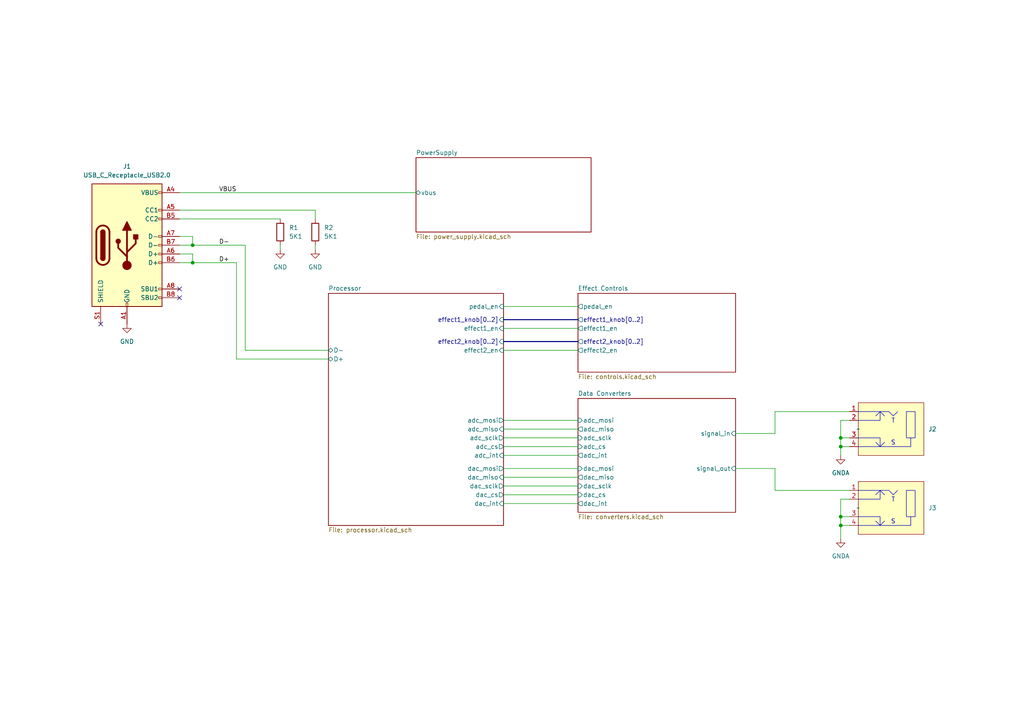
<source format=kicad_sch>
(kicad_sch (version 20230121) (generator eeschema)
  (paper "A4")
  (lib_symbols
    (symbol "Connector:USB_C_Receptacle_USB2.0" (pin_names (offset 1.016))
      (property "Reference" "J" (at -10.16 19.05 0))
      (property "Value" "USB_C_Receptacle_USB2.0" (at 19.05 19.05 0))
      (symbol "USB_C_Receptacle_USB2.0_0_0"
        (rectangle (start -0.254 -17.78) (end 0.254 -16.764))
        (rectangle (start 10.16 -14.986) (end 9.144 -15.494))
        (rectangle (start 10.16 -12.446) (end 9.144 -12.954))
        (rectangle (start 10.16 -4.826) (end 9.144 -5.334))
        (rectangle (start 10.16 -2.286) (end 9.144 -2.794))
        (rectangle (start 10.16 0.254) (end 9.144 -0.254))
        (rectangle (start 10.16 2.794) (end 9.144 2.286))
        (rectangle (start 10.16 7.874) (end 9.144 7.366))
        (rectangle (start 10.16 10.414) (end 9.144 9.906))
        (rectangle (start 10.16 15.494) (end 9.144 14.986))
      )
      (symbol "USB_C_Receptacle_USB2.0_0_1"
        (rectangle (start -10.16 17.78) (end 10.16 -17.78) (stroke (width 0.254)) (fill (type background)))
        (arc (start -8.89 -3.81) (mid -6.985 -5.7067) (end -5.08 -3.81) (stroke (width 0.508)))
        (arc (start -7.62 -3.81) (mid -6.985 -4.4423) (end -6.35 -3.81) (stroke (width 0.254)))
        (arc (start -7.62 -3.81) (mid -6.985 -4.4423) (end -6.35 -3.81) (stroke (width 0.254)) (fill (type outline)))
        (rectangle (start -7.62 -3.81) (end -6.35 3.81) (stroke (width 0.254)) (fill (type outline)))
        (arc (start -6.35 3.81) (mid -6.985 4.4423) (end -7.62 3.81) (stroke (width 0.254)))
        (arc (start -6.35 3.81) (mid -6.985 4.4423) (end -7.62 3.81) (stroke (width 0.254)) (fill (type outline)))
        (arc (start -5.08 3.81) (mid -6.985 5.7067) (end -8.89 3.81) (stroke (width 0.508)))
        (circle (center -2.54 1.143) (radius 0.635) (stroke (width 0.254)) (fill (type outline)))
        (circle (center 0 -5.842) (radius 1.27) (fill (type outline)))
        (polyline (pts (xy -8.89 -3.81) (xy -8.89 3.81)) (stroke (width 0.508)))
        (polyline (pts (xy -5.08 3.81) (xy -5.08 -3.81)) (stroke (width 0.508)))
        (polyline (pts (xy 0 -5.842) (xy 0 4.318)) (stroke (width 0.508)))
        (polyline (pts (xy 0 -3.302) (xy -2.54 -0.762) (xy -2.54 0.508)) (stroke (width 0.508)))
        (polyline (pts (xy 0 -2.032) (xy 2.54 0.508) (xy 2.54 1.778)) (stroke (width 0.508)))
        (polyline (pts (xy -1.27 4.318) (xy 0 6.858) (xy 1.27 4.318) (xy -1.27 4.318)) (stroke (width 0.254)) (fill (type outline)))
        (rectangle (start 1.905 1.778) (end 3.175 3.048) (stroke (width 0.254)) (fill (type outline)))
      )
      (symbol "USB_C_Receptacle_USB2.0_1_1"
        (pin passive line (at 0 -22.86 90) (length 5.08) (name "GND") (number "A1"))
        (pin passive line (at 0 -22.86 90) (length 5.08) hide (name "GND") (number "A12"))
        (pin passive line (at 15.24 15.24 180) (length 5.08) (name "VBUS") (number "A4"))
        (pin bidirectional line (at 15.24 10.16 180) (length 5.08) (name "CC1") (number "A5"))
        (pin bidirectional line (at 15.24 -2.54 180) (length 5.08) (name "D+") (number "A6"))
        (pin bidirectional line (at 15.24 2.54 180) (length 5.08) (name "D-") (number "A7"))
        (pin bidirectional line (at 15.24 -12.7 180) (length 5.08) (name "SBU1") (number "A8"))
        (pin passive line (at 15.24 15.24 180) (length 5.08) hide (name "VBUS") (number "A9"))
        (pin passive line (at 0 -22.86 90) (length 5.08) hide (name "GND") (number "B1"))
        (pin passive line (at 0 -22.86 90) (length 5.08) hide (name "GND") (number "B12"))
        (pin passive line (at 15.24 15.24 180) (length 5.08) hide (name "VBUS") (number "B4"))
        (pin bidirectional line (at 15.24 7.62 180) (length 5.08) (name "CC2") (number "B5"))
        (pin bidirectional line (at 15.24 -5.08 180) (length 5.08) (name "D+") (number "B6"))
        (pin bidirectional line (at 15.24 0 180) (length 5.08) (name "D-") (number "B7"))
        (pin bidirectional line (at 15.24 -15.24 180) (length 5.08) (name "SBU2") (number "B8"))
        (pin passive line (at 15.24 15.24 180) (length 5.08) hide (name "VBUS") (number "B9"))
        (pin passive line (at -7.62 -22.86 90) (length 5.08) (name "SHIELD") (number "S1"))
      )
    )
    (symbol "Device:R" (pin_numbers hide) (pin_names (offset 0))
      (property "Reference" "R" (at 2.032 0 90))
      (property "Value" "R" (at 0 0 90))
      (symbol "R_0_1"
        (rectangle (start -1.016 -2.54) (end 1.016 2.54) (stroke (width 0.254)))
      )
      (symbol "R_1_1"
        (pin passive line (at 0 3.81 270) (length 1.27) (name "~") (number "1"))
        (pin passive line (at 0 -3.81 90) (length 1.27) (name "~") (number "2"))
      )
    )
    (symbol "pedal-components:NMJ4HCD2"
      (property "Reference" "J" (at 0 0 0))
      (symbol "NMJ4HCD2_0_1"
        (rectangle (start -1.27 5.08) (end -1.27 5.08))
        (polyline (pts (xy 5.08 5.08) (xy 5.08 5.08)))
      )
      (symbol "NMJ4HCD2_1_1"
        (polyline (pts (xy 6.35 3.81) (xy 6.35 3.81)))
        (polyline (pts (xy 15.24 -2.54) (xy 15.24 -5.08) (xy 0 -5.08)) (stroke (width 0) (color 0 0 194 1)))
        (polyline (pts (xy 0 5.08) (xy 8.89 5.08) (xy 10.16 3.81) (xy 11.43 5.08)) (stroke (width 0) (color 0 0 194 1)))
        (polyline (pts (xy 0 -2.54) (xy 6.35 -2.54) (xy 6.35 -5.08) (xy 7.62 -3.81) (xy 6.35 -5.08) (xy 5.08 -3.81)) (stroke (width 0) (color 0 0 194 1)))
        (polyline (pts (xy 0 2.54) (xy 6.35 2.54) (xy 6.35 5.08) (xy 5.08 3.81) (xy 6.35 5.08) (xy 7.62 3.81)) (stroke (width 0) (color 0 0 194 1)))
        (rectangle (start 0 7.62) (end 19.05 -7.62) (fill (type background)))
        (rectangle (start 13.97 5.08) (end 16.51 -2.54) (stroke (width 0) (color 0 0 194 1)))
        (text "S" (at 10.16 -3.81 0) (effects (font (size 1.27 1.27))))
        (text "T" (at 10.16 2.54 0) (effects (font (size 1.27 1.27))))
        (pin input line (at -2.54 5.08 0) (length 2.54) (name "") (number "1"))
        (pin input line (at -2.54 2.54 0) (length 2.54) (name "") (number "2"))
        (pin input line (at -2.54 -2.54 0) (length 2.54) (name "") (number "3"))
        (pin input line (at -2.54 -5.08 0) (length 2.54) (name "") (number "4"))
      )
    )
    (symbol "power:GND" (power) (pin_names (offset 0))
      (property "Value" "GND" (at 0 -3.81 0))
      (symbol "GND_0_1"
        (polyline (pts (xy 0 0) (xy 0 -1.27) (xy 1.27 -1.27) (xy 0 -2.54) (xy -1.27 -1.27) (xy 0 -1.27)))
      )
      (symbol "GND_1_1"
        (pin power_in line (at 0 0 270) (length 0) hide (name "GND") (number "1"))
      )
    )
    (symbol "power:GNDA" (power) (pin_names (offset 0))
      (property "Value" "GNDA" (at 0 -3.81 0))
      (symbol "GNDA_0_1"
        (polyline (pts (xy 0 0) (xy 0 -1.27) (xy 1.27 -1.27) (xy 0 -2.54) (xy -1.27 -1.27) (xy 0 -1.27)))
      )
      (symbol "GNDA_1_1"
        (pin power_in line (at 0 0 270) (length 0) hide (name "GNDA") (number "1"))
      )
    )
  )
  (junction (at 243.84 129.54))
  (junction (at 55.88 76.2))
  (junction (at 243.84 149.86))
  (junction (at 243.84 127))
  (junction (at 243.84 152.4))
  (junction (at 55.88 71.12))
  (no_connect (at 52.07 86.36))
  (no_connect (at 52.07 83.82))
  (no_connect (at 29.21 93.98))
  (wire (pts (xy 91.44 72.39) (xy 91.44 71.12)))
  (wire (pts (xy 224.79 119.38) (xy 224.79 125.73)))
  (wire (pts (xy 243.84 149.86) (xy 246.38 149.86)))
  (bus (pts (xy 146.05 92.71) (xy 167.64 92.71)))
  (wire (pts (xy 246.38 121.92) (xy 243.84 121.92)))
  (wire (pts (xy 213.36 125.73) (xy 224.79 125.73)))
  (wire (pts (xy 146.05 88.9) (xy 167.64 88.9)))
  (wire (pts (xy 52.07 76.2) (xy 55.88 76.2)))
  (bus (pts (xy 146.05 99.06) (xy 167.64 99.06)))
  (wire (pts (xy 246.38 142.24) (xy 224.79 142.24)))
  (wire (pts (xy 243.84 129.54) (xy 243.84 132.08)))
  (wire (pts (xy 91.44 63.5) (xy 91.44 60.96)))
  (wire (pts (xy 146.05 135.89) (xy 167.64 135.89)))
  (wire (pts (xy 243.84 127) (xy 243.84 129.54)))
  (wire (pts (xy 52.07 55.88) (xy 120.65 55.88)))
  (wire (pts (xy 146.05 124.46) (xy 167.64 124.46)))
  (wire (pts (xy 243.84 144.78) (xy 243.84 149.86)))
  (wire (pts (xy 55.88 71.12) (xy 71.12 71.12)))
  (wire (pts (xy 246.38 129.54) (xy 243.84 129.54)))
  (wire (pts (xy 71.12 71.12) (xy 71.12 101.6)))
  (wire (pts (xy 55.88 76.2) (xy 68.58 76.2)))
  (wire (pts (xy 243.84 121.92) (xy 243.84 127)))
  (wire (pts (xy 52.07 73.66) (xy 55.88 73.66)))
  (wire (pts (xy 243.84 149.86) (xy 243.84 152.4)))
  (wire (pts (xy 68.58 104.14) (xy 95.25 104.14)))
  (wire (pts (xy 55.88 68.58) (xy 55.88 71.12)))
  (wire (pts (xy 243.84 152.4) (xy 246.38 152.4)))
  (wire (pts (xy 146.05 140.97) (xy 167.64 140.97)))
  (wire (pts (xy 146.05 146.05) (xy 167.64 146.05)))
  (wire (pts (xy 146.05 132.08) (xy 167.64 132.08)))
  (wire (pts (xy 246.38 144.78) (xy 243.84 144.78)))
  (wire (pts (xy 146.05 121.92) (xy 167.64 121.92)))
  (wire (pts (xy 146.05 101.6) (xy 167.64 101.6)))
  (wire (pts (xy 71.12 101.6) (xy 95.25 101.6)))
  (wire (pts (xy 146.05 143.51) (xy 167.64 143.51)))
  (wire (pts (xy 52.07 68.58) (xy 55.88 68.58)))
  (wire (pts (xy 52.07 71.12) (xy 55.88 71.12)))
  (wire (pts (xy 52.07 60.96) (xy 91.44 60.96)))
  (wire (pts (xy 243.84 152.4) (xy 243.84 156.21)))
  (wire (pts (xy 68.58 76.2) (xy 68.58 104.14)))
  (wire (pts (xy 213.36 135.89) (xy 224.79 135.89)))
  (wire (pts (xy 55.88 73.66) (xy 55.88 76.2)))
  (wire (pts (xy 146.05 129.54) (xy 167.64 129.54)))
  (wire (pts (xy 146.05 138.43) (xy 167.64 138.43)))
  (wire (pts (xy 246.38 119.38) (xy 224.79 119.38)))
  (wire (pts (xy 52.07 63.5) (xy 81.28 63.5)))
  (wire (pts (xy 146.05 95.25) (xy 167.64 95.25)))
  (wire (pts (xy 81.28 72.39) (xy 81.28 71.12)))
  (wire (pts (xy 146.05 127) (xy 167.64 127)))
  (wire (pts (xy 224.79 142.24) (xy 224.79 135.89)))
  (wire (pts (xy 246.38 127) (xy 243.84 127)))
  (label "D+" (at 63.5 76.2 0))
  (label "VBUS" (at 63.5 55.88 0))
  (label "D-" (at 63.5 71.12 0))
  (symbol (lib_id "pedal-components:NMJ4HCD2") (at 248.92 147.32 0) (unit 1)
    (property "Reference" "J3" (at 269.24 147.32 0) (effects (justify left)))
    (property "Value" "~" (at 248.92 147.32 0))
  )
  (symbol (lib_id "Device:R") (at 91.44 67.31 180) (unit 1)
    (property "Reference" "R2" (at 93.98 66.04 0) (effects (justify right)))
    (property "Value" "5K1" (at 93.98 68.58 0) (effects (justify right)))
    (property "Footprint" "Resistor_SMD:R_0805_2012Metric" (effects hide))
  )
  (symbol (lib_id "Connector:USB_C_Receptacle_USB2.0") (at 36.83 71.12 0) (unit 1)
    (property "Reference" "J1" (at 36.83 48.26 0))
    (property "Value" "USB_C_Receptacle_USB2.0" (at 36.83 50.8 0))
    (property "Datasheet" "https://www.usb.org/sites/default/files/documents/usb_type-c.zip" (effects hide))
  )
  (symbol (lib_id "power:GNDA") (at 243.84 132.08 0) (unit 1)
    (property "Reference" "#PWR05" (effects hide))
    (property "Value" "GNDA" (at 243.84 137.16 0))
  )
  (symbol (lib_id "pedal-components:NMJ4HCD2") (at 248.92 124.46 0) (unit 1)
    (property "Reference" "J2" (at 269.24 124.46 0) (effects (justify left)))
    (property "Value" "~" (at 248.92 124.46 0))
  )
  (symbol (lib_id "power:GND") (at 36.83 93.98 0) (unit 1)
    (property "Reference" "#PWR01" (effects hide))
    (property "Value" "GND" (at 36.83 99.06 0))
  )
  (symbol (lib_id "power:GNDA") (at 243.84 156.21 0) (unit 1)
    (property "Reference" "#PWR04" (effects hide))
    (property "Value" "GNDA" (at 243.84 161.29 0))
  )
  (symbol (lib_id "Device:R") (at 81.28 67.31 180) (unit 1)
    (property "Reference" "R1" (at 83.82 66.04 0) (effects (justify right)))
    (property "Value" "5K1" (at 83.82 68.58 0) (effects (justify right)))
    (property "Footprint" "Resistor_SMD:R_0805_2012Metric" (effects hide))
  )
  (symbol (lib_id "power:GND") (at 91.44 72.39 0) (unit 1)
    (property "Reference" "#PWR03" (effects hide))
    (property "Value" "GND" (at 91.44 77.47 0))
  )
  (symbol (lib_id "power:GND") (at 81.28 72.39 0) (unit 1)
    (property "Reference" "#PWR02" (effects hide))
    (property "Value" "GND" (at 81.28 77.47 0))
  )
  (sheet (at 167.64 115.57) (size 45.72 33.02) (stroke (width 0.1524))
    (property "Sheetname" "Data Converters" (at 167.64 114.8584 0) (effects (justify left bottom)))
    (property "Sheetfile" "converters.kicad_sch" (at 167.64 149.1746 0) (effects (justify left top)))
    (pin "dac_mosi" input (at 167.64 135.89 180))
    (pin "dac_cs" input (at 167.64 143.51 180))
    (pin "adc_miso" output (at 167.64 124.46 180))
    (pin "adc_sclk" input (at 167.64 127 180))
    (pin "adc_mosi" input (at 167.64 121.92 180))
    (pin "adc_cs" input (at 167.64 129.54 180))
    (pin "dac_sclk" input (at 167.64 140.97 180))
    (pin "dac_miso" output (at 167.64 138.43 180))
    (pin "dac_int" output (at 167.64 146.05 180))
    (pin "adc_int" output (at 167.64 132.08 180))
    (pin "signal_in" input (at 213.36 125.73 0))
    (pin "signal_out" input (at 213.36 135.89 0))
  )
  (sheet (at 120.65 45.72) (size 50.8 21.59) (stroke (width 0.1524))
    (property "Sheetname" "PowerSupply" (at 120.65 45.0084 0) (effects (justify left bottom)))
    (property "Sheetfile" "power_supply.kicad_sch" (at 120.65 67.8946 0) (effects (justify left top)))
    (pin "vbus" bidirectional (at 120.65 55.88 180))
  )
  (sheet (at 167.64 85.09) (size 45.72 22.86) (stroke (width 0.1524))
    (property "Sheetname" "Effect Controls" (at 167.64 84.3784 0) (effects (justify left bottom)))
    (property "Sheetfile" "controls.kicad_sch" (at 167.64 108.5346 0) (effects (justify left top)))
    (pin "effect1_en" output (at 167.64 95.25 180))
    (pin "effect1_knob[0..2]" output (at 167.64 92.71 180))
    (pin "effect2_knob[0..2]" output (at 167.64 99.06 180))
    (pin "effect2_en" output (at 167.64 101.6 180))
    (pin "pedal_en" output (at 167.64 88.9 180))
  )
  (sheet (at 95.25 85.09) (size 50.8 67.31) (stroke (width 0.1524))
    (property "Sheetname" "Processor" (at 95.25 84.3784 0) (effects (justify left bottom)))
    (property "Sheetfile" "processor.kicad_sch" (at 95.25 152.9846 0) (effects (justify left top)))
    (pin "D+" bidirectional (at 95.25 104.14 180))
    (pin "D-" bidirectional (at 95.25 101.6 180))
    (pin "effect1_knob[0..2]" input (at 146.05 92.71 0))
    (pin "effect1_en" input (at 146.05 95.25 0))
    (pin "effect2_knob[0..2]" input (at 146.05 99.06 0))
    (pin "effect2_en" input (at 146.05 101.6 0))
    (pin "adc_miso" input (at 146.05 124.46 0))
    (pin "adc_sclk" output (at 146.05 127 0))
    (pin "adc_cs" output (at 146.05 129.54 0))
    (pin "dac_mosi" output (at 146.05 135.89 0))
    (pin "dac_miso" input (at 146.05 138.43 0))
    (pin "dac_sclk" output (at 146.05 140.97 0))
    (pin "adc_mosi" output (at 146.05 121.92 0))
    (pin "dac_cs" output (at 146.05 143.51 0))
    (pin "adc_int" input (at 146.05 132.08 0))
    (pin "dac_int" input (at 146.05 146.05 0))
    (pin "pedal_en" input (at 146.05 88.9 0))
  )
)
</source>
